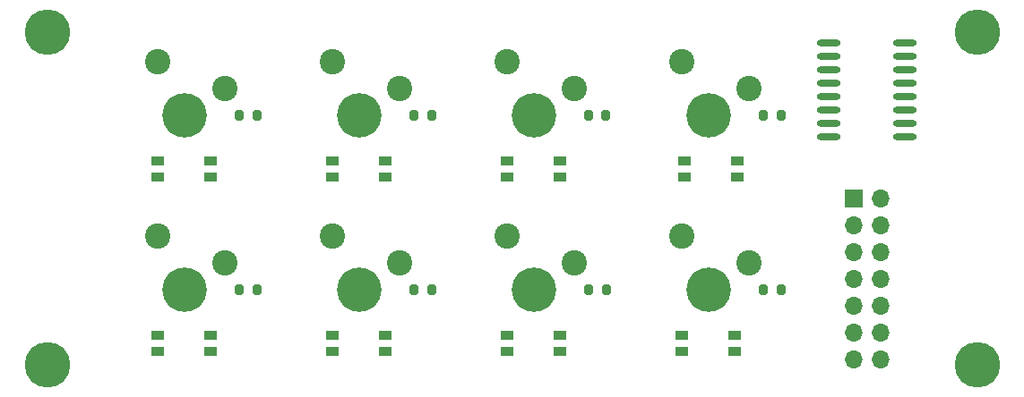
<source format=gts>
%TF.GenerationSoftware,KiCad,Pcbnew,7.0.8*%
%TF.CreationDate,2023-10-22T18:36:15+02:00*%
%TF.ProjectId,Second test with RGB LEDs,5365636f-6e64-4207-9465-737420776974,rev?*%
%TF.SameCoordinates,Original*%
%TF.FileFunction,Soldermask,Top*%
%TF.FilePolarity,Negative*%
%FSLAX46Y46*%
G04 Gerber Fmt 4.6, Leading zero omitted, Abs format (unit mm)*
G04 Created by KiCad (PCBNEW 7.0.8) date 2023-10-22 18:36:15*
%MOMM*%
%LPD*%
G01*
G04 APERTURE LIST*
G04 Aperture macros list*
%AMRoundRect*
0 Rectangle with rounded corners*
0 $1 Rounding radius*
0 $2 $3 $4 $5 $6 $7 $8 $9 X,Y pos of 4 corners*
0 Add a 4 corners polygon primitive as box body*
4,1,4,$2,$3,$4,$5,$6,$7,$8,$9,$2,$3,0*
0 Add four circle primitives for the rounded corners*
1,1,$1+$1,$2,$3*
1,1,$1+$1,$4,$5*
1,1,$1+$1,$6,$7*
1,1,$1+$1,$8,$9*
0 Add four rect primitives between the rounded corners*
20,1,$1+$1,$2,$3,$4,$5,0*
20,1,$1+$1,$4,$5,$6,$7,0*
20,1,$1+$1,$6,$7,$8,$9,0*
20,1,$1+$1,$8,$9,$2,$3,0*%
G04 Aperture macros list end*
%ADD10C,4.300000*%
%ADD11C,4.200000*%
%ADD12C,2.400000*%
%ADD13R,1.200000X0.819990*%
%ADD14R,1.700000X1.700000*%
%ADD15O,1.700000X1.700000*%
%ADD16RoundRect,0.200000X0.200000X0.275000X-0.200000X0.275000X-0.200000X-0.275000X0.200000X-0.275000X0*%
%ADD17RoundRect,0.200000X-0.200000X-0.275000X0.200000X-0.275000X0.200000X0.275000X-0.200000X0.275000X0*%
%ADD18O,2.231013X0.602007*%
G04 APERTURE END LIST*
D10*
%TO.C,REF\u002A\u002A*%
X201930000Y-44196000D03*
%TD*%
%TO.C,REF\u002A\u002A*%
X201930000Y-75692000D03*
%TD*%
%TO.C,REF\u002A\u002A*%
X114046000Y-44196000D03*
%TD*%
%TO.C,REF\u002A\u002A*%
X114046000Y-75692000D03*
%TD*%
D11*
%TO.C,KEY4*%
X126999993Y-52070005D03*
D12*
X130810000Y-49530000D03*
X124459988Y-46989994D03*
%TD*%
D11*
%TO.C,KEY1*%
X176530000Y-52070000D03*
D12*
X180340007Y-49529995D03*
X173989995Y-46989989D03*
%TD*%
D11*
%TO.C,KEY8*%
X176529993Y-68580005D03*
D12*
X180340000Y-66040000D03*
X173989988Y-63499994D03*
%TD*%
D11*
%TO.C,KEY3*%
X143510000Y-52070000D03*
D12*
X147320007Y-49529995D03*
X140969995Y-46989989D03*
%TD*%
D11*
%TO.C,KEY7*%
X160019993Y-68580005D03*
D12*
X163830000Y-66040000D03*
X157479988Y-63499994D03*
%TD*%
D11*
%TO.C,KEY5*%
X126999993Y-68580005D03*
D12*
X130810000Y-66040000D03*
X124459988Y-63499994D03*
%TD*%
D11*
%TO.C,KEY2*%
X160020001Y-52070001D03*
D12*
X163830008Y-49529996D03*
X157479996Y-46989990D03*
%TD*%
D11*
%TO.C,KEY6*%
X143509993Y-68580005D03*
D12*
X147320000Y-66040000D03*
X140969988Y-63499994D03*
%TD*%
D13*
%TO.C,D2*%
X157520000Y-57900064D03*
X157520000Y-56399936D03*
X162520000Y-56399936D03*
X162520000Y-57900064D03*
%TD*%
%TO.C,D3*%
X141010000Y-57900064D03*
X141010000Y-56399936D03*
X146010000Y-56399936D03*
X146010000Y-57900064D03*
%TD*%
%TO.C,D5*%
X129500000Y-72909936D03*
X129500000Y-74410064D03*
X124500000Y-74410064D03*
X124500000Y-72909936D03*
%TD*%
%TO.C,D1*%
X174284000Y-57900064D03*
X174284000Y-56399936D03*
X179284000Y-56399936D03*
X179284000Y-57900064D03*
%TD*%
%TO.C,D6*%
X146010000Y-72909936D03*
X146010000Y-74410064D03*
X141010000Y-74410064D03*
X141010000Y-72909936D03*
%TD*%
%TO.C,D4*%
X124500000Y-57900064D03*
X124500000Y-56399936D03*
X129500000Y-56399936D03*
X129500000Y-57900064D03*
%TD*%
%TO.C,D7*%
X162520000Y-72909936D03*
X162520000Y-74410064D03*
X157520000Y-74410064D03*
X157520000Y-72909936D03*
%TD*%
%TO.C,D8*%
X179030000Y-72909936D03*
X179030000Y-74410064D03*
X174030000Y-74410064D03*
X174030000Y-72909936D03*
%TD*%
D14*
%TO.C,J1*%
X190241000Y-59944000D03*
D15*
X192781000Y-59944000D03*
X190241000Y-62484000D03*
X192781000Y-62484000D03*
X190241000Y-65024000D03*
X192781000Y-65024000D03*
X190241000Y-67564000D03*
X192781000Y-67564000D03*
X190241000Y-70104000D03*
X192781000Y-70104000D03*
X190241000Y-72644000D03*
X192781000Y-72644000D03*
X190241000Y-75184000D03*
X192781000Y-75184000D03*
%TD*%
D16*
%TO.C,R2*%
X183385000Y-68580000D03*
X181735000Y-68580000D03*
%TD*%
D17*
%TO.C,R3*%
X165200000Y-52070000D03*
X166850000Y-52070000D03*
%TD*%
D16*
%TO.C,R8*%
X133855000Y-68580000D03*
X132205000Y-68580000D03*
%TD*%
D17*
%TO.C,R7*%
X132205000Y-52070000D03*
X133855000Y-52070000D03*
%TD*%
%TO.C,R5*%
X148715000Y-52070000D03*
X150365000Y-52070000D03*
%TD*%
D16*
%TO.C,R6*%
X150365000Y-68580000D03*
X148715000Y-68580000D03*
%TD*%
D17*
%TO.C,R1*%
X181735000Y-52070000D03*
X183385000Y-52070000D03*
%TD*%
D16*
%TO.C,R4*%
X166875000Y-68580000D03*
X165225000Y-68580000D03*
%TD*%
D18*
%TO.C,U1*%
X187941190Y-45212000D03*
X187941190Y-46482003D03*
X187941190Y-47752005D03*
X187941190Y-49022008D03*
X187941190Y-50292010D03*
X187941190Y-51562013D03*
X187941190Y-52832015D03*
X187941190Y-54102018D03*
X195072000Y-54102018D03*
X195072000Y-52832015D03*
X195072000Y-51562013D03*
X195072000Y-50292010D03*
X195072000Y-49022008D03*
X195072000Y-47752005D03*
X195072000Y-46482003D03*
X195072000Y-45212000D03*
%TD*%
M02*

</source>
